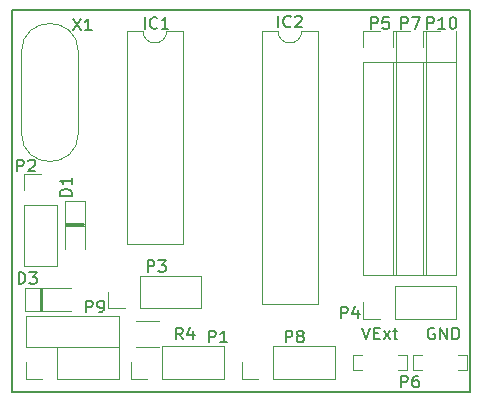
<source format=gbr>
G04 #@! TF.GenerationSoftware,KiCad,Pcbnew,(5.0.2)-1*
G04 #@! TF.CreationDate,2018-12-23T15:01:24+01:00*
G04 #@! TF.ProjectId,MutltiSwitch_Sw8,4d75746c-7469-4537-9769-7463685f5377,0.1*
G04 #@! TF.SameCoordinates,Original*
G04 #@! TF.FileFunction,Legend,Top*
G04 #@! TF.FilePolarity,Positive*
%FSLAX46Y46*%
G04 Gerber Fmt 4.6, Leading zero omitted, Abs format (unit mm)*
G04 Created by KiCad (PCBNEW (5.0.2)-1) date 23/12/2018 15:01:24*
%MOMM*%
%LPD*%
G01*
G04 APERTURE LIST*
%ADD10C,0.200000*%
%ADD11C,0.150000*%
%ADD12C,0.100000*%
%ADD13C,0.120000*%
G04 APERTURE END LIST*
D10*
X137922000Y-106553000D02*
X139446000Y-106553000D01*
X137922000Y-106426000D02*
X139446000Y-106426000D01*
X135890000Y-111887000D02*
X135890000Y-113665000D01*
X135763000Y-111887000D02*
X135763000Y-113665000D01*
D11*
X162989142Y-115149380D02*
X163322476Y-116149380D01*
X163655809Y-115149380D01*
X163989142Y-115625571D02*
X164322476Y-115625571D01*
X164465333Y-116149380D02*
X163989142Y-116149380D01*
X163989142Y-115149380D01*
X164465333Y-115149380D01*
X164798666Y-116149380D02*
X165322476Y-115482714D01*
X164798666Y-115482714D02*
X165322476Y-116149380D01*
X165560571Y-115482714D02*
X165941523Y-115482714D01*
X165703428Y-115149380D02*
X165703428Y-116006523D01*
X165751047Y-116101761D01*
X165846285Y-116149380D01*
X165941523Y-116149380D01*
X169084380Y-115197000D02*
X168989142Y-115149380D01*
X168846285Y-115149380D01*
X168703428Y-115197000D01*
X168608190Y-115292238D01*
X168560571Y-115387476D01*
X168512952Y-115577952D01*
X168512952Y-115720809D01*
X168560571Y-115911285D01*
X168608190Y-116006523D01*
X168703428Y-116101761D01*
X168846285Y-116149380D01*
X168941523Y-116149380D01*
X169084380Y-116101761D01*
X169132000Y-116054142D01*
X169132000Y-115720809D01*
X168941523Y-115720809D01*
X169560571Y-116149380D02*
X169560571Y-115149380D01*
X170132000Y-116149380D01*
X170132000Y-115149380D01*
X170608190Y-116149380D02*
X170608190Y-115149380D01*
X170846285Y-115149380D01*
X170989142Y-115197000D01*
X171084380Y-115292238D01*
X171132000Y-115387476D01*
X171179619Y-115577952D01*
X171179619Y-115720809D01*
X171132000Y-115911285D01*
X171084380Y-116006523D01*
X170989142Y-116101761D01*
X170846285Y-116149380D01*
X170608190Y-116149380D01*
X133350000Y-120650000D02*
X133350000Y-88265000D01*
X172085000Y-120650000D02*
X172085000Y-88265000D01*
X172085000Y-88265000D02*
X133350000Y-88265000D01*
X133350000Y-120650000D02*
X172085000Y-120650000D01*
D12*
G04 #@! TO.C,X1*
X138938000Y-98679000D02*
X138938000Y-91821000D01*
X134112000Y-98679000D02*
X134112000Y-91821000D01*
X134112000Y-91821000D02*
G75*
G02X138938000Y-91821000I2413000J0D01*
G01*
X138938000Y-98679000D02*
G75*
G02X134112000Y-98679000I-2413000J0D01*
G01*
G04 #@! TO.C,P10*
X168148000Y-108585000D02*
X168148000Y-110744000D01*
X168148000Y-110744000D02*
X170942000Y-110744000D01*
X170942000Y-110744000D02*
X170942000Y-108585000D01*
X168148000Y-108585000D02*
X168148000Y-92710000D01*
X170942000Y-108585000D02*
X170942000Y-90043000D01*
D13*
X170935000Y-92710000D02*
X168155000Y-92710000D01*
X168155000Y-91440000D02*
X168155000Y-90050000D01*
X168155000Y-90050000D02*
X169545000Y-90050000D01*
D12*
G04 #@! TO.C,P7*
X165608000Y-108585000D02*
X165608000Y-110744000D01*
X165608000Y-110744000D02*
X168402000Y-110744000D01*
X168402000Y-110744000D02*
X168402000Y-108585000D01*
X165608000Y-108585000D02*
X165608000Y-92710000D01*
X168402000Y-108585000D02*
X168402000Y-90043000D01*
D13*
X168395000Y-92710000D02*
X165615000Y-92710000D01*
X165615000Y-91440000D02*
X165615000Y-90050000D01*
X165615000Y-90050000D02*
X167005000Y-90050000D01*
G04 #@! TO.C,IC1*
X144415000Y-90050000D02*
X143045000Y-90050000D01*
X143045000Y-90050000D02*
X143045000Y-108070000D01*
X143045000Y-108070000D02*
X147785000Y-108070000D01*
X147785000Y-108070000D02*
X147785000Y-90050000D01*
X147785000Y-90050000D02*
X146415000Y-90050000D01*
X146415000Y-90050000D02*
G75*
G02X144415000Y-90050000I-1000000J0D01*
G01*
D12*
G04 #@! TO.C,P6*
X162941000Y-118745000D02*
X162179000Y-118745000D01*
X162179000Y-118745000D02*
X162179000Y-117475000D01*
X162179000Y-117475000D02*
X162941000Y-117475000D01*
X165989000Y-118745000D02*
X166751000Y-118745000D01*
X166751000Y-118745000D02*
X166751000Y-117475000D01*
X166751000Y-117475000D02*
X165989000Y-117475000D01*
X168021000Y-118745000D02*
X167259000Y-118745000D01*
X167259000Y-118745000D02*
X167259000Y-117475000D01*
X167259000Y-117475000D02*
X168021000Y-117475000D01*
X171069000Y-118745000D02*
X171831000Y-118745000D01*
X171831000Y-118745000D02*
X171831000Y-117475000D01*
X171831000Y-117475000D02*
X171069000Y-117475000D01*
G04 #@! TO.C,P5*
X163068000Y-108585000D02*
X163068000Y-110744000D01*
X163068000Y-110744000D02*
X165862000Y-110744000D01*
X165862000Y-110744000D02*
X165862000Y-108585000D01*
X163068000Y-108585000D02*
X163068000Y-92710000D01*
X165862000Y-108585000D02*
X165862000Y-90043000D01*
D13*
X165855000Y-92710000D02*
X163075000Y-92710000D01*
X163075000Y-91440000D02*
X163075000Y-90050000D01*
X163075000Y-90050000D02*
X164465000Y-90050000D01*
G04 #@! TO.C,D1*
X139534000Y-104435000D02*
X137834000Y-104435000D01*
X137834000Y-104485000D02*
X137834000Y-108535000D01*
X139534000Y-104485000D02*
X139534000Y-108535000D01*
G04 #@! TO.C,IC2*
X155845000Y-90050000D02*
X154475000Y-90050000D01*
X154475000Y-90050000D02*
X154475000Y-113150000D01*
X154475000Y-113150000D02*
X159215000Y-113150000D01*
X159215000Y-113150000D02*
X159215000Y-90050000D01*
X159215000Y-90050000D02*
X157845000Y-90050000D01*
X157845000Y-90050000D02*
G75*
G02X155845000Y-90050000I-1000000J0D01*
G01*
G04 #@! TO.C,P1*
X146050000Y-119500000D02*
X151250000Y-119500000D01*
X151250000Y-119500000D02*
X151250000Y-116720000D01*
X151250000Y-116720000D02*
X146050000Y-116720000D01*
X146050000Y-116720000D02*
X146050000Y-119500000D01*
X144780000Y-119500000D02*
X143390000Y-119500000D01*
X143390000Y-119500000D02*
X143390000Y-118110000D01*
G04 #@! TO.C,P2*
X134373000Y-104775000D02*
X134373000Y-109975000D01*
X134373000Y-109975000D02*
X137153000Y-109975000D01*
X137153000Y-109975000D02*
X137153000Y-104775000D01*
X137153000Y-104775000D02*
X134373000Y-104775000D01*
X134373000Y-103505000D02*
X134373000Y-102115000D01*
X134373000Y-102115000D02*
X135763000Y-102115000D01*
G04 #@! TO.C,P3*
X144145000Y-113531000D02*
X149345000Y-113531000D01*
X149345000Y-113531000D02*
X149345000Y-110751000D01*
X149345000Y-110751000D02*
X144145000Y-110751000D01*
X144145000Y-110751000D02*
X144145000Y-113531000D01*
X142875000Y-113531000D02*
X141485000Y-113531000D01*
X141485000Y-113531000D02*
X141485000Y-112141000D01*
G04 #@! TO.C,P4*
X165735000Y-114420000D02*
X170935000Y-114420000D01*
X170935000Y-114420000D02*
X170935000Y-111640000D01*
X170935000Y-111640000D02*
X165735000Y-111640000D01*
X165735000Y-111640000D02*
X165735000Y-114420000D01*
X164465000Y-114420000D02*
X163075000Y-114420000D01*
X163075000Y-114420000D02*
X163075000Y-113030000D01*
G04 #@! TO.C,D3*
X134402000Y-111776000D02*
X134402000Y-113776000D01*
X134402000Y-113776000D02*
X138302000Y-113776000D01*
X134402000Y-111776000D02*
X138302000Y-111776000D01*
G04 #@! TO.C,P8*
X155448000Y-119500000D02*
X160648000Y-119500000D01*
X160648000Y-119500000D02*
X160648000Y-116720000D01*
X160648000Y-116720000D02*
X155448000Y-116720000D01*
X155448000Y-116720000D02*
X155448000Y-119500000D01*
X154178000Y-119500000D02*
X152788000Y-119500000D01*
X152788000Y-119500000D02*
X152788000Y-118110000D01*
G04 #@! TO.C,R4*
X143780000Y-114627000D02*
X145780000Y-114627000D01*
X145780000Y-116767000D02*
X143780000Y-116767000D01*
G04 #@! TO.C,P9*
X137160000Y-116840000D02*
X142367000Y-116840000D01*
X137160000Y-119500000D02*
X142360000Y-119500000D01*
X142360000Y-119500000D02*
X142360000Y-114180000D01*
X142360000Y-114180000D02*
X134500000Y-114180000D01*
X134500000Y-114180000D02*
X134500000Y-116840000D01*
X134500000Y-116840000D02*
X137160000Y-116840000D01*
X137160000Y-116840000D02*
X137160000Y-119500000D01*
X135890000Y-119500000D02*
X134500000Y-119500000D01*
X134500000Y-119500000D02*
X134500000Y-118110000D01*
G04 #@! TD*
G04 #@! TO.C,X1*
D11*
X138509476Y-88987380D02*
X139176142Y-89987380D01*
X139176142Y-88987380D02*
X138509476Y-89987380D01*
X140080904Y-89987380D02*
X139509476Y-89987380D01*
X139795190Y-89987380D02*
X139795190Y-88987380D01*
X139699952Y-89130238D01*
X139604714Y-89225476D01*
X139509476Y-89273095D01*
G04 #@! TO.C,P10*
X168457714Y-89860380D02*
X168457714Y-88860380D01*
X168838666Y-88860380D01*
X168933904Y-88908000D01*
X168981523Y-88955619D01*
X169029142Y-89050857D01*
X169029142Y-89193714D01*
X168981523Y-89288952D01*
X168933904Y-89336571D01*
X168838666Y-89384190D01*
X168457714Y-89384190D01*
X169981523Y-89860380D02*
X169410095Y-89860380D01*
X169695809Y-89860380D02*
X169695809Y-88860380D01*
X169600571Y-89003238D01*
X169505333Y-89098476D01*
X169410095Y-89146095D01*
X170600571Y-88860380D02*
X170695809Y-88860380D01*
X170791047Y-88908000D01*
X170838666Y-88955619D01*
X170886285Y-89050857D01*
X170933904Y-89241333D01*
X170933904Y-89479428D01*
X170886285Y-89669904D01*
X170838666Y-89765142D01*
X170791047Y-89812761D01*
X170695809Y-89860380D01*
X170600571Y-89860380D01*
X170505333Y-89812761D01*
X170457714Y-89765142D01*
X170410095Y-89669904D01*
X170362476Y-89479428D01*
X170362476Y-89241333D01*
X170410095Y-89050857D01*
X170457714Y-88955619D01*
X170505333Y-88908000D01*
X170600571Y-88860380D01*
G04 #@! TO.C,P7*
X166266904Y-89860380D02*
X166266904Y-88860380D01*
X166647857Y-88860380D01*
X166743095Y-88908000D01*
X166790714Y-88955619D01*
X166838333Y-89050857D01*
X166838333Y-89193714D01*
X166790714Y-89288952D01*
X166743095Y-89336571D01*
X166647857Y-89384190D01*
X166266904Y-89384190D01*
X167171666Y-88860380D02*
X167838333Y-88860380D01*
X167409761Y-89860380D01*
G04 #@! TO.C,IC1*
X144565809Y-89860380D02*
X144565809Y-88860380D01*
X145613428Y-89765142D02*
X145565809Y-89812761D01*
X145422952Y-89860380D01*
X145327714Y-89860380D01*
X145184857Y-89812761D01*
X145089619Y-89717523D01*
X145042000Y-89622285D01*
X144994380Y-89431809D01*
X144994380Y-89288952D01*
X145042000Y-89098476D01*
X145089619Y-89003238D01*
X145184857Y-88908000D01*
X145327714Y-88860380D01*
X145422952Y-88860380D01*
X145565809Y-88908000D01*
X145613428Y-88955619D01*
X146565809Y-89860380D02*
X145994380Y-89860380D01*
X146280095Y-89860380D02*
X146280095Y-88860380D01*
X146184857Y-89003238D01*
X146089619Y-89098476D01*
X145994380Y-89146095D01*
G04 #@! TO.C,P6*
X166266904Y-120213380D02*
X166266904Y-119213380D01*
X166647857Y-119213380D01*
X166743095Y-119261000D01*
X166790714Y-119308619D01*
X166838333Y-119403857D01*
X166838333Y-119546714D01*
X166790714Y-119641952D01*
X166743095Y-119689571D01*
X166647857Y-119737190D01*
X166266904Y-119737190D01*
X167695476Y-119213380D02*
X167505000Y-119213380D01*
X167409761Y-119261000D01*
X167362142Y-119308619D01*
X167266904Y-119451476D01*
X167219285Y-119641952D01*
X167219285Y-120022904D01*
X167266904Y-120118142D01*
X167314523Y-120165761D01*
X167409761Y-120213380D01*
X167600238Y-120213380D01*
X167695476Y-120165761D01*
X167743095Y-120118142D01*
X167790714Y-120022904D01*
X167790714Y-119784809D01*
X167743095Y-119689571D01*
X167695476Y-119641952D01*
X167600238Y-119594333D01*
X167409761Y-119594333D01*
X167314523Y-119641952D01*
X167266904Y-119689571D01*
X167219285Y-119784809D01*
G04 #@! TO.C,P5*
X163726904Y-89860380D02*
X163726904Y-88860380D01*
X164107857Y-88860380D01*
X164203095Y-88908000D01*
X164250714Y-88955619D01*
X164298333Y-89050857D01*
X164298333Y-89193714D01*
X164250714Y-89288952D01*
X164203095Y-89336571D01*
X164107857Y-89384190D01*
X163726904Y-89384190D01*
X165203095Y-88860380D02*
X164726904Y-88860380D01*
X164679285Y-89336571D01*
X164726904Y-89288952D01*
X164822142Y-89241333D01*
X165060238Y-89241333D01*
X165155476Y-89288952D01*
X165203095Y-89336571D01*
X165250714Y-89431809D01*
X165250714Y-89669904D01*
X165203095Y-89765142D01*
X165155476Y-89812761D01*
X165060238Y-89860380D01*
X164822142Y-89860380D01*
X164726904Y-89812761D01*
X164679285Y-89765142D01*
G04 #@! TO.C,D1*
X138374380Y-103989095D02*
X137374380Y-103989095D01*
X137374380Y-103751000D01*
X137422000Y-103608142D01*
X137517238Y-103512904D01*
X137612476Y-103465285D01*
X137802952Y-103417666D01*
X137945809Y-103417666D01*
X138136285Y-103465285D01*
X138231523Y-103512904D01*
X138326761Y-103608142D01*
X138374380Y-103751000D01*
X138374380Y-103989095D01*
X138374380Y-102465285D02*
X138374380Y-103036714D01*
X138374380Y-102751000D02*
X137374380Y-102751000D01*
X137517238Y-102846238D01*
X137612476Y-102941476D01*
X137660095Y-103036714D01*
G04 #@! TO.C,IC2*
X155868809Y-89733380D02*
X155868809Y-88733380D01*
X156916428Y-89638142D02*
X156868809Y-89685761D01*
X156725952Y-89733380D01*
X156630714Y-89733380D01*
X156487857Y-89685761D01*
X156392619Y-89590523D01*
X156345000Y-89495285D01*
X156297380Y-89304809D01*
X156297380Y-89161952D01*
X156345000Y-88971476D01*
X156392619Y-88876238D01*
X156487857Y-88781000D01*
X156630714Y-88733380D01*
X156725952Y-88733380D01*
X156868809Y-88781000D01*
X156916428Y-88828619D01*
X157297380Y-88828619D02*
X157345000Y-88781000D01*
X157440238Y-88733380D01*
X157678333Y-88733380D01*
X157773571Y-88781000D01*
X157821190Y-88828619D01*
X157868809Y-88923857D01*
X157868809Y-89019095D01*
X157821190Y-89161952D01*
X157249761Y-89733380D01*
X157868809Y-89733380D01*
G04 #@! TO.C,P1*
X150010904Y-116403380D02*
X150010904Y-115403380D01*
X150391857Y-115403380D01*
X150487095Y-115451000D01*
X150534714Y-115498619D01*
X150582333Y-115593857D01*
X150582333Y-115736714D01*
X150534714Y-115831952D01*
X150487095Y-115879571D01*
X150391857Y-115927190D01*
X150010904Y-115927190D01*
X151534714Y-116403380D02*
X150963285Y-116403380D01*
X151249000Y-116403380D02*
X151249000Y-115403380D01*
X151153761Y-115546238D01*
X151058523Y-115641476D01*
X150963285Y-115689095D01*
G04 #@! TO.C,P2*
X133754904Y-101925380D02*
X133754904Y-100925380D01*
X134135857Y-100925380D01*
X134231095Y-100973000D01*
X134278714Y-101020619D01*
X134326333Y-101115857D01*
X134326333Y-101258714D01*
X134278714Y-101353952D01*
X134231095Y-101401571D01*
X134135857Y-101449190D01*
X133754904Y-101449190D01*
X134707285Y-101020619D02*
X134754904Y-100973000D01*
X134850142Y-100925380D01*
X135088238Y-100925380D01*
X135183476Y-100973000D01*
X135231095Y-101020619D01*
X135278714Y-101115857D01*
X135278714Y-101211095D01*
X135231095Y-101353952D01*
X134659666Y-101925380D01*
X135278714Y-101925380D01*
G04 #@! TO.C,P3*
X144803904Y-110434380D02*
X144803904Y-109434380D01*
X145184857Y-109434380D01*
X145280095Y-109482000D01*
X145327714Y-109529619D01*
X145375333Y-109624857D01*
X145375333Y-109767714D01*
X145327714Y-109862952D01*
X145280095Y-109910571D01*
X145184857Y-109958190D01*
X144803904Y-109958190D01*
X145708666Y-109434380D02*
X146327714Y-109434380D01*
X145994380Y-109815333D01*
X146137238Y-109815333D01*
X146232476Y-109862952D01*
X146280095Y-109910571D01*
X146327714Y-110005809D01*
X146327714Y-110243904D01*
X146280095Y-110339142D01*
X146232476Y-110386761D01*
X146137238Y-110434380D01*
X145851523Y-110434380D01*
X145756285Y-110386761D01*
X145708666Y-110339142D01*
G04 #@! TO.C,P4*
X161186904Y-114371380D02*
X161186904Y-113371380D01*
X161567857Y-113371380D01*
X161663095Y-113419000D01*
X161710714Y-113466619D01*
X161758333Y-113561857D01*
X161758333Y-113704714D01*
X161710714Y-113799952D01*
X161663095Y-113847571D01*
X161567857Y-113895190D01*
X161186904Y-113895190D01*
X162615476Y-113704714D02*
X162615476Y-114371380D01*
X162377380Y-113323761D02*
X162139285Y-114038047D01*
X162758333Y-114038047D01*
G04 #@! TO.C,D3*
X133881904Y-111450380D02*
X133881904Y-110450380D01*
X134120000Y-110450380D01*
X134262857Y-110498000D01*
X134358095Y-110593238D01*
X134405714Y-110688476D01*
X134453333Y-110878952D01*
X134453333Y-111021809D01*
X134405714Y-111212285D01*
X134358095Y-111307523D01*
X134262857Y-111402761D01*
X134120000Y-111450380D01*
X133881904Y-111450380D01*
X134786666Y-110450380D02*
X135405714Y-110450380D01*
X135072380Y-110831333D01*
X135215238Y-110831333D01*
X135310476Y-110878952D01*
X135358095Y-110926571D01*
X135405714Y-111021809D01*
X135405714Y-111259904D01*
X135358095Y-111355142D01*
X135310476Y-111402761D01*
X135215238Y-111450380D01*
X134929523Y-111450380D01*
X134834285Y-111402761D01*
X134786666Y-111355142D01*
G04 #@! TO.C,P8*
X156487904Y-116403380D02*
X156487904Y-115403380D01*
X156868857Y-115403380D01*
X156964095Y-115451000D01*
X157011714Y-115498619D01*
X157059333Y-115593857D01*
X157059333Y-115736714D01*
X157011714Y-115831952D01*
X156964095Y-115879571D01*
X156868857Y-115927190D01*
X156487904Y-115927190D01*
X157630761Y-115831952D02*
X157535523Y-115784333D01*
X157487904Y-115736714D01*
X157440285Y-115641476D01*
X157440285Y-115593857D01*
X157487904Y-115498619D01*
X157535523Y-115451000D01*
X157630761Y-115403380D01*
X157821238Y-115403380D01*
X157916476Y-115451000D01*
X157964095Y-115498619D01*
X158011714Y-115593857D01*
X158011714Y-115641476D01*
X157964095Y-115736714D01*
X157916476Y-115784333D01*
X157821238Y-115831952D01*
X157630761Y-115831952D01*
X157535523Y-115879571D01*
X157487904Y-115927190D01*
X157440285Y-116022428D01*
X157440285Y-116212904D01*
X157487904Y-116308142D01*
X157535523Y-116355761D01*
X157630761Y-116403380D01*
X157821238Y-116403380D01*
X157916476Y-116355761D01*
X157964095Y-116308142D01*
X158011714Y-116212904D01*
X158011714Y-116022428D01*
X157964095Y-115927190D01*
X157916476Y-115879571D01*
X157821238Y-115831952D01*
G04 #@! TO.C,R4*
X147788333Y-116149380D02*
X147455000Y-115673190D01*
X147216904Y-116149380D02*
X147216904Y-115149380D01*
X147597857Y-115149380D01*
X147693095Y-115197000D01*
X147740714Y-115244619D01*
X147788333Y-115339857D01*
X147788333Y-115482714D01*
X147740714Y-115577952D01*
X147693095Y-115625571D01*
X147597857Y-115673190D01*
X147216904Y-115673190D01*
X148645476Y-115482714D02*
X148645476Y-116149380D01*
X148407380Y-115101761D02*
X148169285Y-115816047D01*
X148788333Y-115816047D01*
G04 #@! TO.C,P9*
X139596904Y-113863380D02*
X139596904Y-112863380D01*
X139977857Y-112863380D01*
X140073095Y-112911000D01*
X140120714Y-112958619D01*
X140168333Y-113053857D01*
X140168333Y-113196714D01*
X140120714Y-113291952D01*
X140073095Y-113339571D01*
X139977857Y-113387190D01*
X139596904Y-113387190D01*
X140644523Y-113863380D02*
X140835000Y-113863380D01*
X140930238Y-113815761D01*
X140977857Y-113768142D01*
X141073095Y-113625285D01*
X141120714Y-113434809D01*
X141120714Y-113053857D01*
X141073095Y-112958619D01*
X141025476Y-112911000D01*
X140930238Y-112863380D01*
X140739761Y-112863380D01*
X140644523Y-112911000D01*
X140596904Y-112958619D01*
X140549285Y-113053857D01*
X140549285Y-113291952D01*
X140596904Y-113387190D01*
X140644523Y-113434809D01*
X140739761Y-113482428D01*
X140930238Y-113482428D01*
X141025476Y-113434809D01*
X141073095Y-113387190D01*
X141120714Y-113291952D01*
G04 #@! TD*
M02*

</source>
